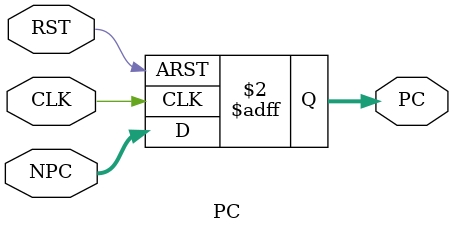
<source format=v>
module PC(NPC,PC,CLK,RST);
	input [31:2] NPC;                 //next PC
	input        CLK;                 //Ê±ÖÓÐÅºÅ
	input        RST;                 //ÖØÖÃÐÅºÅ
	output [31:2] PC;                 //new PC

	reg [31:2] PC;                   //now PC

	always @(posedge CLK or posedge RST)     //Ê±ÖÓÐÅºÅÉÏÉýÑØ»òÖØÖÃÐÅºÅµ½À´Ê±´¥·¢
	begin
		if(RST)                       //Èç¹ûÖØÖÃÐÅºÅµ½À´
			PC <= 30'h0c00;           //PCÉèÖÃÎª0£¨30Î»µÄÊ®Áù½øÖÆ£©
		else
			PC <= NPC;                //PC±ä»¯ÎªNPC£¬½øÐÐÏÂÒ»²½
	end
endmodule


</source>
